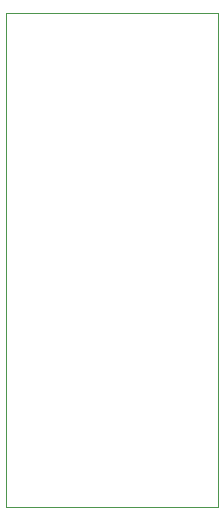
<source format=gm1>
G04 #@! TF.GenerationSoftware,KiCad,Pcbnew,(6.0.11-0)*
G04 #@! TF.CreationDate,2023-06-06T19:26:52+02:00*
G04 #@! TF.ProjectId,soj36_to_dip,736f6a33-365f-4746-9f5f-6469702e6b69,rev?*
G04 #@! TF.SameCoordinates,Original*
G04 #@! TF.FileFunction,Profile,NP*
%FSLAX46Y46*%
G04 Gerber Fmt 4.6, Leading zero omitted, Abs format (unit mm)*
G04 Created by KiCad (PCBNEW (6.0.11-0)) date 2023-06-06 19:26:52*
%MOMM*%
%LPD*%
G01*
G04 APERTURE LIST*
G04 #@! TA.AperFunction,Profile*
%ADD10C,0.050000*%
G04 #@! TD*
G04 APERTURE END LIST*
D10*
X145516600Y-103428800D02*
X145516600Y-61544200D01*
X163525200Y-103428800D02*
X145516600Y-103428800D01*
X163525200Y-61544200D02*
X163525200Y-103428800D01*
X145516600Y-61544200D02*
X163525200Y-61544200D01*
M02*

</source>
